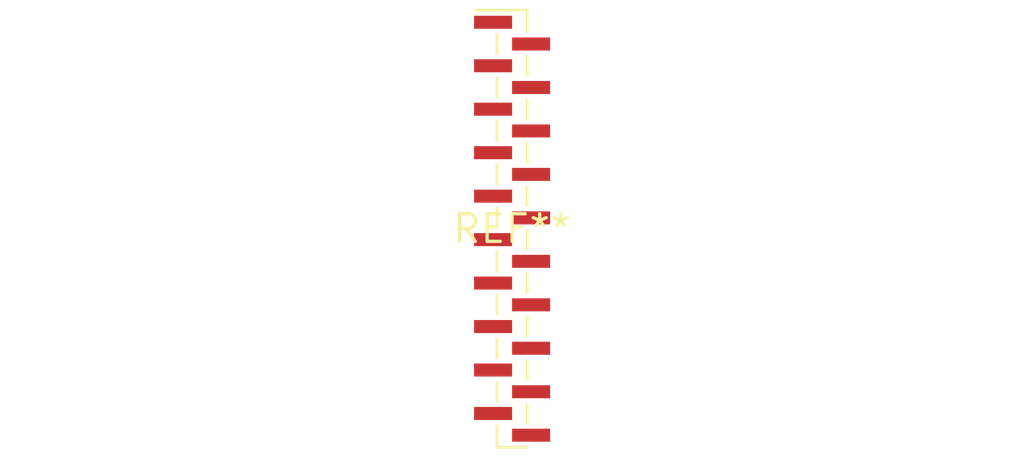
<source format=kicad_pcb>
(kicad_pcb (version 20240108) (generator pcbnew)
  (layers (0 "F.Cu" signal) (31 "B.Cu" signal) (34 "B.Paste" user) (35 "F.Paste" user) (36 "B.SilkS" user "B.Silkscreen") (37 "F.SilkS" user "F.Silkscreen") (38 "B.Mask" user) (39 "F.Mask" user) (44 "Edge.Cuts" user))
  (net 0 "")
  (footprint "PinHeader_1x20_P1.00mm_Vertical_SMD_Pin1Left" (layer "F.Cu") (at 0 0)
    (property "Reference" "REF**")
    (property "Value" "PinHeader_1x20_P1.00mm_Vertical_SMD_Pin1Left")
    (fp_line (start -0.695 -10.06) (end -1.69 -10.06) (layer "F.SilkS") (stroke (width 0.12)))
    (fp_line (start -0.695 -10.06) (end -0.695 -10.06) (layer "F.SilkS") (stroke (width 0.12)))
    (fp_line (start -0.695 -10.06) (end 0.695 -10.06) (layer "F.SilkS") (stroke (width 0.12)))
    (fp_line (start -0.695 -8.94) (end -0.695 -8.06) (layer "F.SilkS") (stroke (width 0.12)))
    (fp_line (start -0.695 -6.94) (end -0.695 -6.06) (layer "F.SilkS") (stroke (width 0.12)))
    (fp_line (start -0.695 -4.94) (end -0.695 -4.06) (layer "F.SilkS") (stroke (width 0.12)))
    (fp_line (start -0.695 -2.94) (end -0.695 -2.06) (layer "F.SilkS") (stroke (width 0.12)))
    (fp_line (start -0.695 -0.94) (end -0.695 -0.06) (layer "F.SilkS") (stroke (width 0.12)))
    (fp_line (start -0.695 1.06) (end -0.695 1.94) (layer "F.SilkS") (stroke (width 0.12)))
    (fp_line (start -0.695 3.06) (end -0.695 3.94) (layer "F.SilkS") (stroke (width 0.12)))
    (fp_line (start -0.695 5.06) (end -0.695 5.94) (layer "F.SilkS") (stroke (width 0.12)))
    (fp_line (start -0.695 7.06) (end -0.695 7.94) (layer "F.SilkS") (stroke (width 0.12)))
    (fp_line (start -0.695 9.06) (end -0.695 10.06) (layer "F.SilkS") (stroke (width 0.12)))
    (fp_line (start -0.695 10.06) (end 0.695 10.06) (layer "F.SilkS") (stroke (width 0.12)))
    (fp_line (start 0.695 -10.06) (end 0.695 -9.06) (layer "F.SilkS") (stroke (width 0.12)))
    (fp_line (start 0.695 -7.94) (end 0.695 -7.06) (layer "F.SilkS") (stroke (width 0.12)))
    (fp_line (start 0.695 -5.94) (end 0.695 -5.06) (layer "F.SilkS") (stroke (width 0.12)))
    (fp_line (start 0.695 -3.94) (end 0.695 -3.06) (layer "F.SilkS") (stroke (width 0.12)))
    (fp_line (start 0.695 -1.94) (end 0.695 -1.06) (layer "F.SilkS") (stroke (width 0.12)))
    (fp_line (start 0.695 0.06) (end 0.695 0.94) (layer "F.SilkS") (stroke (width 0.12)))
    (fp_line (start 0.695 2.06) (end 0.695 2.94) (layer "F.SilkS") (stroke (width 0.12)))
    (fp_line (start 0.695 4.06) (end 0.695 4.94) (layer "F.SilkS") (stroke (width 0.12)))
    (fp_line (start 0.695 6.06) (end 0.695 6.94) (layer "F.SilkS") (stroke (width 0.12)))
    (fp_line (start 0.695 8.06) (end 0.695 8.94) (layer "F.SilkS") (stroke (width 0.12)))
    (fp_line (start 0.695 10.06) (end 0.695 10.06) (layer "F.SilkS") (stroke (width 0.12)))
    (pad "1" smd rect (at -0.875 -9.5) (size 1.75 0.6) (layers "F.Cu" "F.Paste" "F.Mask"))
    (pad "2" smd rect (at 0.875 -8.5) (size 1.75 0.6) (layers "F.Cu" "F.Paste" "F.Mask"))
    (pad "3" smd rect (at -0.875 -7.5) (size 1.75 0.6) (layers "F.Cu" "F.Paste" "F.Mask"))
    (pad "4" smd rect (at 0.875 -6.5) (size 1.75 0.6) (layers "F.Cu" "F.Paste" "F.Mask"))
    (pad "5" smd rect (at -0.875 -5.5) (size 1.75 0.6) (layers "F.Cu" "F.Paste" "F.Mask"))
    (pad "6" smd rect (at 0.875 -4.5) (size 1.75 0.6) (layers "F.Cu" "F.Paste" "F.Mask"))
    (pad "7" smd rect (at -0.875 -3.5) (size 1.75 0.6) (layers "F.Cu" "F.Paste" "F.Mask"))
    (pad "8" smd rect (at 0.875 -2.5) (size 1.75 0.6) (layers "F.Cu" "F.Paste" "F.Mask"))
    (pad "9" smd rect (at -0.875 -1.5) (size 1.75 0.6) (layers "F.Cu" "F.Paste" "F.Mask"))
    (pad "10" smd rect (at 0.875 -0.5) (size 1.75 0.6) (layers "F.Cu" "F.Paste" "F.Mask"))
    (pad "11" smd rect (at -0.875 0.5) (size 1.75 0.6) (layers "F.Cu" "F.Paste" "F.Mask"))
    (pad "12" smd rect (at 0.875 1.5) (size 1.75 0.6) (layers "F.Cu" "F.Paste" "F.Mask"))
    (pad "13" smd rect (at -0.875 2.5) (size 1.75 0.6) (layers "F.Cu" "F.Paste" "F.Mask"))
    (pad "14" smd rect (at 0.875 3.5) (size 1.75 0.6) (layers "F.Cu" "F.Paste" "F.Mask"))
    (pad "15" smd rect (at -0.875 4.5) (size 1.75 0.6) (layers "F.Cu" "F.Paste" "F.Mask"))
    (pad "16" smd rect (at 0.875 5.5) (size 1.75 0.6) (layers "F.Cu" "F.Paste" "F.Mask"))
    (pad "17" smd rect (at -0.875 6.5) (size 1.75 0.6) (layers "F.Cu" "F.Paste" "F.Mask"))
    (pad "18" smd rect (at 0.875 7.5) (size 1.75 0.6) (layers "F.Cu" "F.Paste" "F.Mask"))
    (pad "19" smd rect (at -0.875 8.5) (size 1.75 0.6) (layers "F.Cu" "F.Paste" "F.Mask"))
    (pad "20" smd rect (at 0.875 9.5) (size 1.75 0.6) (layers "F.Cu" "F.Paste" "F.Mask"))
  )
)
</source>
